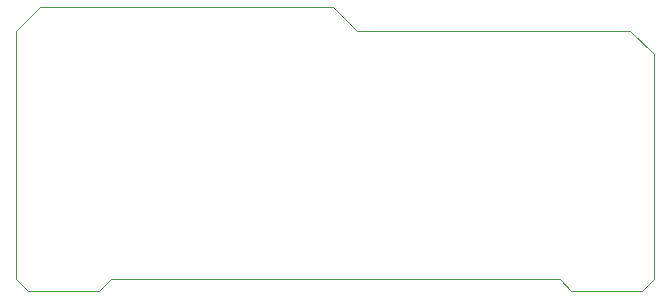
<source format=gbr>
%TF.GenerationSoftware,KiCad,Pcbnew,(7.0.0)*%
%TF.CreationDate,2023-03-29T15:29:01+01:00*%
%TF.ProjectId,MicroBBPS,4d696372-6f42-4425-9053-2e6b69636164,rev?*%
%TF.SameCoordinates,Original*%
%TF.FileFunction,Profile,NP*%
%FSLAX46Y46*%
G04 Gerber Fmt 4.6, Leading zero omitted, Abs format (unit mm)*
G04 Created by KiCad (PCBNEW (7.0.0)) date 2023-03-29 15:29:01*
%MOMM*%
%LPD*%
G01*
G04 APERTURE LIST*
%TA.AperFunction,Profile*%
%ADD10C,0.050000*%
%TD*%
G04 APERTURE END LIST*
D10*
X0Y-23000000D02*
X0Y-2000000D01*
X46000000Y-23000000D02*
X8000000Y-23000000D01*
X26813000Y0D02*
X28813000Y-2000000D01*
X28813000Y-2000000D02*
X52000000Y-2000000D01*
X53000000Y-24000000D02*
X47000000Y-24000000D01*
X0Y-2000000D02*
X2000000Y0D01*
X1000000Y-24000000D02*
X0Y-23000000D01*
X2000000Y0D02*
X26813000Y0D01*
X7000000Y-24000000D02*
X1000000Y-24000000D01*
X54000000Y-23000000D02*
X53000000Y-24000000D01*
X8000000Y-23000000D02*
X7000000Y-24000000D01*
X47000000Y-24000000D02*
X46000000Y-23000000D01*
X52000000Y-2000000D02*
X54000000Y-4000000D01*
X54000000Y-4000000D02*
X54000000Y-23000000D01*
M02*

</source>
